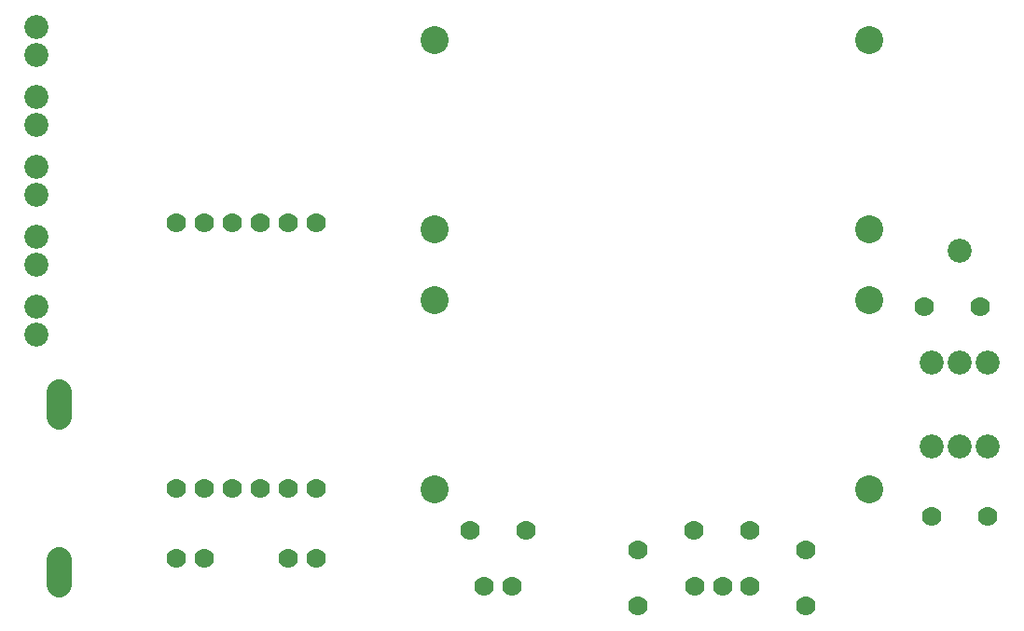
<source format=gbr>
G04 EAGLE Gerber RS-274X export*
G75*
%MOMM*%
%FSLAX34Y34*%
%LPD*%
%INTop Copper*%
%IPPOS*%
%AMOC8*
5,1,8,0,0,1.08239X$1,22.5*%
G01*
G04 Define Apertures*
%ADD10C,2.184400*%
%ADD11C,1.778000*%
%ADD12C,2.540000*%
%ADD13C,2.247900*%
D10*
X152400Y850900D03*
X152400Y876300D03*
X152400Y787400D03*
X152400Y812800D03*
X152400Y723900D03*
X152400Y749300D03*
X152400Y660400D03*
X152400Y685800D03*
X152400Y596900D03*
X152400Y622300D03*
D11*
X279400Y698500D03*
X304800Y698500D03*
X330200Y698500D03*
X355600Y698500D03*
X381000Y698500D03*
X406400Y698500D03*
D12*
X513720Y864240D03*
X513720Y692790D03*
X908690Y692790D03*
X908690Y864240D03*
D11*
X279400Y457200D03*
X304800Y457200D03*
X330200Y457200D03*
X355600Y457200D03*
X381000Y457200D03*
X406400Y457200D03*
D10*
X1016000Y571500D03*
X990600Y571500D03*
X965200Y571500D03*
X1016000Y495300D03*
X990600Y495300D03*
X965200Y495300D03*
D13*
X172339Y392240D02*
X172339Y369761D01*
X172339Y522161D02*
X172339Y544640D01*
D11*
X958650Y622300D03*
X1009450Y622300D03*
X1016000Y431800D03*
X965200Y431800D03*
D10*
X990600Y673100D03*
D11*
X800100Y368300D03*
X775100Y368300D03*
X750100Y368300D03*
X558800Y368300D03*
X583800Y368300D03*
X381000Y393700D03*
X406000Y393700D03*
X279400Y393700D03*
X304400Y393700D03*
X546100Y419100D03*
X596900Y419100D03*
X850900Y350012D03*
X850900Y400812D03*
X749300Y419100D03*
X800100Y419100D03*
X698500Y350012D03*
X698500Y400812D03*
D12*
X908680Y456560D03*
X908680Y628010D03*
X513710Y628010D03*
X513710Y456560D03*
M02*

</source>
